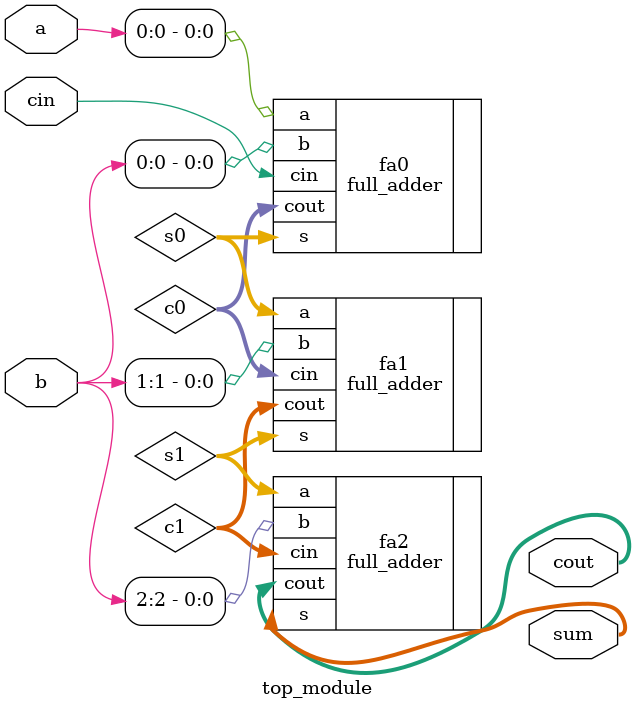
<source format=v>
module top_module (
  input [2:0] a,
  input [2:0] b,
  input cin,
  output [2:0] cout,
  output [2:0] sum
);

  wire [2:0] s0, s1, s2;
  wire [2:0] c0, c1;

  full_adder fa0 (
    .a(a[0]),
    .b(b[0]),
    .cin(cin),
    .s(s0),
    .cout(c0)
  );

  full_adder fa1 (
    .a(s0),
    .b(b[1]),
    .cin(c0),
    .s(s1),
    .cout(c1)
  );

  full_adder fa2 (
    .a(s1),
    .b(b[2]),
    .cin(c1),
    .s(sum),
    .cout(cout)
  );

endmodule
</source>
